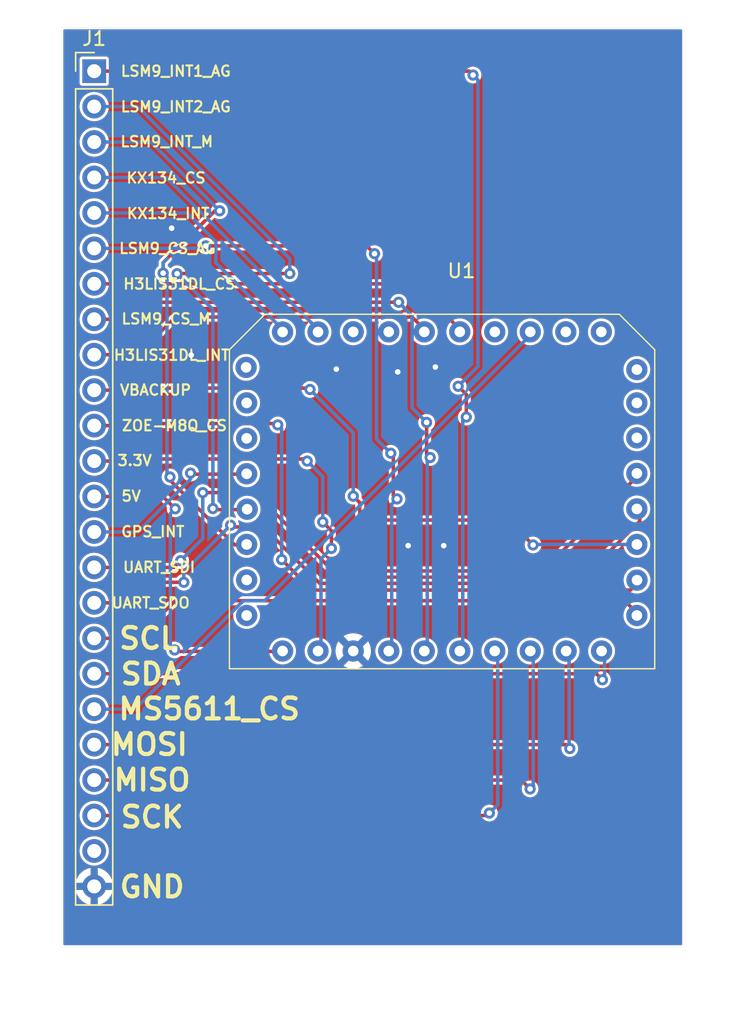
<source format=kicad_pcb>
(kicad_pcb (version 20211014) (generator pcbnew)
  (layers (0 "F.Cu" signal) (31 "B.Cu" signal) (34 "B.Paste" user) (35 "F.Paste" user) (36 "B.SilkS" user "B.Silkscreen") (37 "F.SilkS" user "F.Silkscreen") (38 "B.Mask" user) (39 "F.Mask" user) (44 "Edge.Cuts" user))
  (net 0 "")
  (net 1 "/LSM9_INT1_AG")
  (net 2 "/LSM9_INT2_AG")
  (net 3 "/LSM9_INT_M")
  (net 4 "/KX122_CS")
  (net 5 "/KX122_INT1")
  (net 6 "/LSM9_CS_AG")
  (net 7 "/H3LIS331DL_CS")
  (net 8 "/LSM9_CS_M")
  (net 9 "/H3LIS331DL_INT1")
  (net 10 "/VBACKUP")
  (net 11 "/ZOE-M8Q_CS")
  (net 12 "/3V3_MCU")
  (net 13 "/5V")
  (net 14 "/GPS_EXTINT")
  (net 15 "/SNS_UART_SDI")
  (net 16 "/SNS_UART_SDO")
  (net 17 "/SNS_I2C_SCL")
  (net 18 "/SNS_I2C_SDA")
  (net 19 "/MS5611_CS")
  (net 20 "/SNS_SPI_MOSI")
  (net 21 "/SNS_SPI_MISO")
  (net 22 "/SNS_SPI_SCK")
  (net 24 "GND")
  (footprint "Sensorsuite:General Sensor Module - 8x10 pin" (layer "F.Cu") (at 113.3 106.5)
    (fp_text reference "U1" (at 0.12 -14.54 unlocked) (layer "F.SilkS"))
    (fp_text value "ISS_SENSOR_SUITE_V_1")
    (fp_line (start -13.97 -11.43) (end 11.43 -11.43) (layer "F.SilkS") (width 0.1))
    (fp_line (start -16.51 13.97) (end 13.97 13.97) (layer "F.SilkS") (width 0.1))
    (fp_line (start -16.51 13.97) (end -16.51 -8.89) (layer "F.SilkS") (width 0.1))
    (fp_line (start 13.97 13.97) (end 13.97 -8.89) (layer "F.SilkS") (width 0.1))
    (fp_line (start 11.43 -11.43) (end 13.97 -8.89) (layer "F.SilkS") (width 0.1))
    (fp_line (start -13.97 -11.43) (end -16.51 -8.89) (layer "F.SilkS") (width 0.1))
    (pad "1" thru_hole circle (at -12.7 12.7) (size 1.524 1.524) (drill 0.762) (layers *.Cu *.Mask) (net 13 "/5V"))
    (pad "2" thru_hole circle (at -10.16 12.7) (size 1.524 1.524) (drill 0.762) (layers *.Cu *.Mask) (net 12 "/3V3_MCU"))
    (pad "3" thru_hole circle (at -7.636998 12.699888) (size 1.524 1.524) (drill 0.762) (layers *.Cu *.Mask) (net 24 "GND"))
    (pad "4" thru_hole circle (at -5.091332 12.699888) (size 1.524 1.524) (drill 0.762) (layers *.Cu *.Mask) (net 6 "/LSM9_CS_AG"))
    (pad "5" thru_hole circle (at -2.545666 12.699888) (size 1.524 1.524) (drill 0.762) (layers *.Cu *.Mask) (net 8 "/LSM9_CS_M"))
    (pad "6" thru_hole circle (at 0 12.699888) (size 1.524 1.524) (drill 0.762) (layers *.Cu *.Mask) (net 1 "/LSM9_INT1_AG"))
    (pad "7" thru_hole circle (at 2.50589 12.699888) (size 1.524 1.524) (drill 0.762) (layers *.Cu *.Mask) (net 22 "/SNS_SPI_SCK"))
    (pad "8" thru_hole circle (at 5.051556 12.699888) (size 1.524 1.524) (drill 0.762) (layers *.Cu *.Mask) (net 21 "/SNS_SPI_MISO"))
    (pad "9" thru_hole circle (at 7.62 12.7) (size 1.524 1.524) (drill 0.762) (layers *.Cu *.Mask) (net 20 "/SNS_SPI_MOSI"))
    (pad "10" thru_hole circle (at 10.16 12.7) (size 1.524 1.524) (drill 0.762) (layers *.Cu *.Mask) (net 18 "/SNS_I2C_SDA"))
    (pad "11" thru_hole circle (at 12.688555 10.154221) (size 1.524 1.524) (drill 0.762) (layers *.Cu *.Mask) (net 17 "/SNS_I2C_SCL"))
    (pad "12" thru_hole circle (at 12.7 7.62) (size 1.524 1.524) (drill 0.762) (layers *.Cu *.Mask) (net 11 "/ZOE-M8Q_CS"))
    (pad "13" thru_hole circle (at 12.688555 5.062889) (size 1.524 1.524) (drill 0.762) (layers *.Cu *.Mask) (net 10 "/VBACKUP"))
    (pad "14" thru_hole circle (at 12.688555 2.517222) (size 1.524 1.524) (drill 0.762) (layers *.Cu *.Mask) (net 16 "/SNS_UART_SDO"))
    (pad "15" thru_hole circle (at 12.688555 -0.028444) (size 1.524 1.524) (drill 0.762) (layers *.Cu *.Mask) (net 15 "/SNS_UART_SDI"))
    (pad "16" thru_hole circle (at 12.688555 -2.57411) (size 1.524 1.524) (drill 0.762) (layers *.Cu *.Mask))
    (pad "17" thru_hole circle (at 12.688555 -5.08) (size 1.524 1.524) (drill 0.762) (layers *.Cu *.Mask))
    (pad "18" thru_hole circle (at 12.688555 -7.466562) (size 1.524 1.524) (drill 0.762) (layers *.Cu *.Mask))
    (pad "19" thru_hole circle (at 10.142889 -10.171332) (size 1.524 1.524) (drill 0.762) (layers *.Cu *.Mask))
    (pad "20" thru_hole circle (at 7.597222 -10.171332) (size 1.524 1.524) (drill 0.762) (layers *.Cu *.Mask))
    (pad "21" thru_hole circle (at 5.051556 -10.171332) (size 1.524 1.524) (drill 0.762) (layers *.Cu *.Mask) (net 19 "/MS5611_CS"))
    (pad "22" thru_hole circle (at 2.50589 -10.171332) (size 1.524 1.524) (drill 0.762) (layers *.Cu *.Mask))
    (pad "23" thru_hole circle (at 0 -10.171332) (size 1.524 1.524) (drill 0.762) (layers *.Cu *.Mask) (net 7 "/H3LIS331DL_CS"))
    (pad "24" thru_hole circle (at -2.545666 -10.171332) (size 1.524 1.524) (drill 0.762) (layers *.Cu *.Mask) (net 9 "/H3LIS331DL_INT1"))
    (pad "25" thru_hole circle (at -5.091332 -10.171332) (size 1.524 1.524) (drill 0.762) (layers *.Cu *.Mask))
    (pad "26" thru_hole circle (at -7.636998 -10.171332) (size 1.524 1.524) (drill 0.762) (layers *.Cu *.Mask))
    (pad "27" thru_hole circle (at -10.16 -10.16) (size 1.524 1.524) (drill 0.762) (layers *.Cu *.Mask) (net 4 "/KX122_CS"))
    (pad "28" thru_hole circle (at -12.7 -10.16) (size 1.524 1.524) (drill 0.762) (layers *.Cu *.Mask) (net 5 "/KX122_INT1"))
    (pad "29" thru_hole circle (at -15.313773 -7.625666) (size 1.524 1.524) (drill 0.762) (layers *.Cu *.Mask))
    (pad "30" thru_hole circle (at -15.273997 -5.08) (size 1.524 1.524) (drill 0.762) (layers *.Cu *.Mask))
    (pad "31" thru_hole circle (at -15.273997 -2.54) (size 1.524 1.524) (drill 0.762) (layers *.Cu *.Mask))
    (pad "32" thru_hole circle (at -15.273997 0) (size 1.524 1.524) (drill 0.762) (layers *.Cu *.Mask) (net 14 "/GPS_EXTINT"))
    (pad "33" thru_hole circle (at -15.24 2.54) (size 1.524 1.524) (drill 0.762) (layers *.Cu *.Mask) (net 2 "/LSM9_INT2_AG"))
    (pad "34" thru_hole circle (at -15.273997 5.062889) (size 1.524 1.524) (drill 0.762) (layers *.Cu *.Mask) (net 3 "/LSM9_INT_M"))
    (pad "35" thru_hole circle (at -15.273997 7.608555) (size 1.524 1.524) (drill 0.762) (layers *.Cu *.Mask))
    (pad "36" thru_hole circle (at -15.273997 10.154221) (size 1.524 1.524) (drill 0.762) (layers *.Cu *.Mask))
  )
  (footprint "Connector_PinHeader_2.54mm:PinHeader_1x24_P2.54mm_Vertical" (layer "F.Cu") (at 87.1 77.6478)
    (fp_text reference "J1" (at 0 -2.33) (layer "F.SilkS"))
    (fp_text value "Conn_01x24")
    (fp_line (start -1.33 -1.33) (end 0 -1.33) (layer "F.SilkS") (width 0.12))
    (fp_line (start -1.33 59.75) (end 1.33 59.75) (layer "F.SilkS") (width 0.12))
    (fp_line (start -1.33 1.27) (end 1.33 1.27) (layer "F.SilkS") (width 0.12))
    (fp_line (start -1.33 1.27) (end -1.33 59.75) (layer "F.SilkS") (width 0.12))
    (fp_line (start -1.33 0) (end -1.33 -1.33) (layer "F.SilkS") (width 0.12))
    (fp_line (start 1.33 1.27) (end 1.33 59.75) (layer "F.SilkS") (width 0.12))
    (pad "1" thru_hole rect locked (at 0 0) (size 1.7 1.7) (drill 1) (layers *.Cu *.Mask) (net 1 "/LSM9_INT1_AG"))
    (pad "2" thru_hole oval locked (at 0 2.54) (size 1.7 1.7) (drill 1) (layers *.Cu *.Mask) (net 2 "/LSM9_INT2_AG"))
    (pad "3" thru_hole oval locked (at 0 5.08) (size 1.7 1.7) (drill 1) (layers *.Cu *.Mask) (net 3 "/LSM9_INT_M"))
    (pad "4" thru_hole oval locked (at 0 7.62) (size 1.7 1.7) (drill 1) (layers *.Cu *.Mask) (net 4 "/KX122_CS"))
    (pad "5" thru_hole oval locked (at 0 10.16) (size 1.7 1.7) (drill 1) (layers *.Cu *.Mask) (net 5 "/KX122_INT1"))
    (pad "6" thru_hole oval locked (at 0 12.7) (size 1.7 1.7) (drill 1) (layers *.Cu *.Mask) (net 6 "/LSM9_CS_AG"))
    (pad "7" thru_hole oval locked (at 0 15.24) (size 1.7 1.7) (drill 1) (layers *.Cu *.Mask) (net 7 "/H3LIS331DL_CS"))
    (pad "8" thru_hole oval locked (at 0 17.78) (size 1.7 1.7) (drill 1) (layers *.Cu *.Mask) (net 8 "/LSM9_CS_M"))
    (pad "9" thru_hole oval locked (at 0 20.32) (size 1.7 1.7) (drill 1) (layers *.Cu *.Mask) (net 9 "/H3LIS331DL_INT1"))
    (pad "10" thru_hole oval locked (at 0 22.86) (size 1.7 1.7) (drill 1) (layers *.Cu *.Mask) (net 10 "/VBACKUP"))
    (pad "11" thru_hole oval locked (at 0 25.4) (size 1.7 1.7) (drill 1) (layers *.Cu *.Mask) (net 11 "/ZOE-M8Q_CS"))
    (pad "12" thru_hole oval locked (at 0 27.94) (size 1.7 1.7) (drill 1) (layers *.Cu *.Mask) (net 12 "/3V3_MCU"))
    (pad "13" thru_hole oval locked (at 0 30.48) (size 1.7 1.7) (drill 1) (layers *.Cu *.Mask) (net 13 "/5V"))
    (pad "14" thru_hole oval locked (at 0 33.02) (size 1.7 1.7) (drill 1) (layers *.Cu *.Mask) (net 14 "/GPS_EXTINT"))
    (pad "15" thru_hole oval locked (at 0 35.56) (size 1.7 1.7) (drill 1) (layers *.Cu *.Mask) (net 15 "/SNS_UART_SDI"))
    (pad "16" thru_hole oval locked (at 0 38.1) (size 1.7 1.7) (drill 1) (layers *.Cu *.Mask) (net 16 "/SNS_UART_SDO"))
    (pad "17" thru_hole oval locked (at 0 40.64) (size 1.7 1.7) (drill 1) (layers *.Cu *.Mask) (net 17 "/SNS_I2C_SCL"))
    (pad "18" thru_hole oval locked (at 0 43.18) (size 1.7 1.7) (drill 1) (layers *.Cu *.Mask) (net 18 "/SNS_I2C_SDA"))
    (pad "19" thru_hole oval locked (at 0 45.72) (size 1.7 1.7) (drill 1) (layers *.Cu *.Mask) (net 19 "/MS5611_CS"))
    (pad "20" thru_hole oval locked (at 0 48.26) (size 1.7 1.7) (drill 1) (layers *.Cu *.Mask) (net 20 "/SNS_SPI_MOSI"))
    (pad "21" thru_hole oval locked (at 0 50.8) (size 1.7 1.7) (drill 1) (layers *.Cu *.Mask) (net 21 "/SNS_SPI_MISO"))
    (pad "22" thru_hole oval locked (at 0 53.34) (size 1.7 1.7) (drill 1) (layers *.Cu *.Mask) (net 22 "/SNS_SPI_SCK"))
    (pad "23" thru_hole oval locked (at 0 55.88) (size 1.7 1.7) (drill 1) (layers *.Cu *.Mask))
    (pad "24" thru_hole oval locked (at 0 58.42) (size 1.7 1.7) (drill 1) (layers *.Cu *.Mask) (net 24 "GND"))
  )
  (gr_rect (start 84.7598 74.5236) (end 129.3622 140.4112) (layer "Edge.Cuts") (width 0.01) (fill none))
  (gr_text "MOSI" (at 91.05 125.9) (layer "F.SilkS") (effects (font (size 1.5 1.5) (thickness 0.3))))
  (gr_text "GPS_INT\n" (at 91.3 110.65) (layer "F.SilkS") (effects (font (size 0.75 0.75))))
  (gr_text "LSM9_CS_AG" (at 92.35 90.35) (layer "F.SilkS") (effects (font (size 0.75 0.75))))
  (gr_text "UART_SDI\n" (at 91.75 113.2) (layer "F.SilkS") (effects (font (size 0.75 0.75))))
  (gr_text "SCK\n" (at 91.25 131.1) (layer "F.SilkS") (effects (font (size 1.5 1.5) (thickness 0.3))))
  (gr_text "3.3V" (at 90 105.55) (layer "F.SilkS") (effects (font (size 0.75 0.75))))
  (gr_text "ZOE-M8Q_CS" (at 92.85 103.05) (layer "F.SilkS") (effects (font (size 0.75 0.75))))
  (gr_text "KX134_CS" (at 92.25 85.3) (layer "F.SilkS") (effects (font (size 0.75 0.75))))
  (gr_text "H3LIS31DL_CS" (at 93.2 92.9) (layer "F.SilkS") (effects (font (size 0.75 0.75))))
  (gr_text "GND" (at 91.25 136.1) (layer "F.SilkS") (effects (font (size 1.5 1.5) (thickness 0.3))))
  (gr_text "H3LIS31DL_INT" (at 92.65 98) (layer "F.SilkS") (effects (font (size 0.75 0.75))))
  (gr_text "KX134_INT" (at 92.4 87.85) (layer "F.SilkS") (effects (font (size 0.75 0.75))))
  (gr_text "MS5611_CS\n" (at 95.35 123.35) (layer "F.SilkS") (effects (font (size 1.5 1.5) (thickness 0.3))))
  (gr_text "LSM9_INT2_AG" (at 92.95 80.2) (layer "F.SilkS") (effects (font (size 0.75 0.75))))
  (gr_text "5V" (at 89.75 108.1) (layer "F.SilkS") (effects (font (size 0.75 0.75))))
  (gr_text "SCL" (at 91 118.3) (layer "F.SilkS") (effects (font (size 1.5 1.5) (thickness 0.3))))
  (gr_text "LSM9_INT1_AG" (at 92.95 77.65) (layer "F.SilkS") (effects (font (size 0.75 0.75))))
  (gr_text "MISO\n" (at 91.25 128.45) (layer "F.SilkS") (effects (font (size 1.5 1.5) (thickness 0.3))))
  (gr_text "VBACKUP\n" (at 91.5 100.5) (layer "F.SilkS") (effects (font (size 0.75 0.75))))
  (gr_text "LSM9_INT_M" (at 92.3 82.7) (layer "F.SilkS") (effects (font (size 0.75 0.75))))
  (gr_text "LSM9_CS_M" (at 92.25 95.4) (layer "F.SilkS") (effects (font (size 0.75 0.75))))
  (gr_text "UART_SDO" (at 91.15 115.75) (layer "F.SilkS") (effects (font (size 0.75 0.75))))
  (gr_text "SDA\n" (at 91.15 120.85) (layer "F.SilkS") (effects (font (size 1.5 1.5) (thickness 0.3))))
  (segment (start 113.9698 77.6478) (end 87.1 77.6478) (width 0.25) (layer "F.Cu") (net 1))
  (segment (start 113.7666 102.4382) (end 113.7666 100.8126) (width 0.25) (layer "F.Cu") (net 1))
  (segment (start 113.7666 100.8126) (end 113.1824 100.2284) (width 0.25) (layer "F.Cu") (net 1))
  (segment (start 114.2492 77.9272) (end 113.9698 77.6478) (width 0.25) (layer "F.Cu") (net 1))
  (via (at 114.2492 77.9272) (size 0.8) (drill 0.4) (layers "F.Cu" "B.Cu") (net 1))
  (via (at 113.1824 100.2284) (size 0.8) (drill 0.4) (layers "F.Cu" "B.Cu") (net 1))
  (via (at 113.7666 102.4382) (size 0.8) (drill 0.4) (layers "F.Cu" "B.Cu") (net 1))
  (segment (start 113.5126 119.227488) (end 113.5126 102.6922) (width 0.25) (layer "B.Cu") (net 1))
  (segment (start 113.5126 102.6922) (end 113.7666 102.4382) (width 0.25) (layer "B.Cu") (net 1))
  (segment (start 114.599111 98.811689) (end 114.599111 78.277111) (width 0.25) (layer "B.Cu") (net 1))
  (segment (start 113.1824 100.2284) (end 114.599111 98.811689) (width 0.25) (layer "B.Cu") (net 1))
  (segment (start 114.599111 78.277111) (end 114.2492 77.9272) (width 0.25) (layer "B.Cu") (net 1))
  (segment (start 93.0523 92.1512) (end 101.1174 92.1512) (width 0.25) (layer "F.Cu") (net 2))
  (segment (start 98.2726 109.0676) (end 95.6818 109.0676) (width 0.25) (layer "F.Cu") (net 2))
  (segment (start 95.6818 109.0676) (end 95.6056 108.9914) (width 0.25) (layer "F.Cu") (net 2))
  (segment (start 93.0402 92.1633) (end 93.0523 92.1512) (width 0.25) (layer "F.Cu") (net 2))
  (via (at 93.0402 92.1633) (size 0.8) (drill 0.4) (layers "F.Cu" "B.Cu") (net 2))
  (via (at 101.1174 92.1512) (size 0.8) (drill 0.4) (layers "F.Cu" "B.Cu") (net 2))
  (via (at 95.6056 108.9914) (size 0.8) (drill 0.4) (layers "F.Cu" "B.Cu") (net 2))
  (segment (start 101.1174 91.0844) (end 90.2208 80.1878) (width 0.25) (layer "B.Cu") (net 2))
  (segment (start 95.6056 94.7287) (end 93.0402 92.1633) (width 0.25) (layer "B.Cu") (net 2))
  (segment (start 90.2208 80.1878) (end 87.1 80.1878) (width 0.25) (layer "B.Cu") (net 2))
  (segment (start 95.6056 108.9914) (end 95.6056 94.7287) (width 0.25) (layer "B.Cu") (net 2))
  (segment (start 101.1174 92.1512) (end 101.1174 91.0844) (width 0.25) (layer "B.Cu") (net 2))
  (segment (start 95.758 87.6554) (end 96.0882 87.6554) (width 0.25) (layer "F.Cu") (net 3))
  (segment (start 92.041585 92.121176) (end 92.041585 91.371815) (width 0.25) (layer "F.Cu") (net 3))
  (segment (start 98.238603 111.590489) (end 97.160973 111.590489) (width 0.25) (layer "F.Cu") (net 3))
  (segment (start 92.5322 106.961716) (end 92.5322 106.7308) (width 0.25) (layer "F.Cu") (net 3))
  (segment (start 97.160973 111.590489) (end 92.5322 106.961716) (width 0.25) (layer "F.Cu") (net 3))
  (segment (start 92.041585 91.371815) (end 95.758 87.6554) (width 0.25) (layer "F.Cu") (net 3))
  (via (at 96.0882 87.6554) (size 0.8) (drill 0.4) (layers "F.Cu" "B.Cu") (net 3))
  (via (at 92.041585 92.121176) (size 0.8) (drill 0.4) (layers "F.Cu" "B.Cu") (net 3))
  (via (at 92.5322 106.7308) (size 0.8) (drill 0.4) (layers "F.Cu" "B.Cu") (net 3))
  (segment (start 92.041585 91.371815) (end 92.041585 92.121176) (width 0.25) (layer "B.Cu") (net 3))
  (segment (start 92.315689 92.39528) (end 92.315689 106.514289) (width 0.25) (layer "B.Cu") (net 3))
  (segment (start 92.329 91.0844) (end 92.041585 91.371815) (width 0.25) (layer "B.Cu") (net 3))
  (segment (start 92.041585 92.121176) (end 92.315689 92.39528) (width 0.25) (layer "B.Cu") (net 3))
  (segment (start 96.0882 87.6554) (end 91.1606 82.7278) (width 0.25) (layer "B.Cu") (net 3))
  (segment (start 91.1606 82.7278) (end 87.1 82.7278) (width 0.25) (layer "B.Cu") (net 3))
  (segment (start 92.315689 106.514289) (end 92.5322 106.7308) (width 0.25) (layer "B.Cu") (net 3))
  (segment (start 92.2528 85.2678) (end 87.1 85.2678) (width 0.25) (layer "B.Cu") (net 4))
  (segment (start 103.3526 96.3676) (end 92.2528 85.2678) (width 0.25) (layer "B.Cu") (net 4))
  (segment (start 100.8126 96.3676) (end 95.822111 91.377111) (width 0.25) (layer "B.Cu") (net 5))
  (segment (start 95.822111 91.377111) (end 95.822111 89.869897) (width 0.25) (layer "B.Cu") (net 5))
  (segment (start 93.760014 87.8078) (end 87.1 87.8078) (width 0.25) (layer "B.Cu") (net 5))
  (segment (start 95.822111 89.869897) (end 93.760014 87.8078) (width 0.25) (layer "B.Cu") (net 5))
  (segment (start 108.5342 108.0342) (end 108.5342 105.2068) (width 0.25) (layer "F.Cu") (net 6))
  (segment (start 107.188 90.7288) (end 106.6292 90.17) (width 0.25) (layer "F.Cu") (net 6))
  (segment (start 108.5342 105.2068) (end 108.3564 105.029) (width 0.25) (layer "F.Cu") (net 6))
  (segment (start 108.8 108.3) (end 108.5342 108.0342) (width 0.25) (layer "F.Cu") (net 6))
  (segment (start 106.6292 90.17) (end 95.0976 90.17) (width 0.25) (layer "F.Cu") (net 6))
  (via (at 108.3564 105.029) (size 0.8) (drill 0.4) (layers "F.Cu" "B.Cu") (net 6))
  (via (at 95.0976 90.17) (size 0.8) (drill 0.4) (layers "F.Cu" "B.Cu") (net 6))
  (via (at 108.8 108.3) (size 0.8) (drill 0.4) (layers "F.Cu" "B.Cu") (net 6))
  (via (at 107.188 90.7288) (size 0.8) (drill 0.4) (layers "F.Cu" "B.Cu") (net 6))
  (segment (start 108.3564 105.029) (end 107.334757 104.007357) (width 0.25) (layer "B.Cu") (net 6))
  (segment (start 108.421268 108.678732) (end 108.421268 119.227488) (width 0.25) (layer "B.Cu") (net 6))
  (segment (start 108.8 108.3) (end 108.421268 108.678732) (width 0.25) (layer "B.Cu") (net 6))
  (segment (start 94.9198 90.3478) (end 87.1 90.3478) (width 0.25) (layer "B.Cu") (net 6))
  (segment (start 107.334757 104.007357) (end 107.334757 90.875557) (width 0.25) (layer "B.Cu") (net 6))
  (segment (start 107.334757 90.875557) (end 107.188 90.7288) (width 0.25) (layer "B.Cu") (net 6))
  (segment (start 95.0976 90.17) (end 94.9198 90.3478) (width 0.25) (layer "B.Cu") (net 6))
  (segment (start 113.5126 96.356268) (end 110.044132 92.8878) (width 0.25) (layer "F.Cu") (net 7))
  (segment (start 110.044132 92.8878) (end 87.1 92.8878) (width 0.25) (layer "F.Cu") (net 7))
  (segment (start 108.9152 94.2086) (end 91.44 94.2086) (width 0.25) (layer "F.Cu") (net 8))
  (segment (start 90.2743 95.3743) (end 90.2208 95.4278) (width 0.25) (layer "F.Cu") (net 8))
  (segment (start 90.1722 95.4278) (end 87.1 95.4278) (width 0.25) (layer "F.Cu") (net 8))
  (segment (start 110.9218 105.0798) (end 110.9218 102.8192) (width 0.25) (layer "F.Cu") (net 8))
  (segment (start 91.44 94.2086) (end 90.2743 95.3743) (width 0.25) (layer "F.Cu") (net 8))
  (segment (start 90.25 95.35) (end 90.1722 95.4278) (width 0.25) (layer "F.Cu") (net 8))
  (segment (start 90.2743 95.3743) (end 90.25 95.35) (width 0.25) (layer "F.Cu") (net 8))
  (segment (start 111.1758 105.3338) (end 110.9218 105.0798) (width 0.25) (layer "F.Cu") (net 8))
  (via (at 108.9152 94.2086) (size 0.8) (drill 0.4) (layers "F.Cu" "B.Cu") (net 8))
  (via (at 110.9218 102.8192) (size 0.8) (drill 0.4) (layers "F.Cu" "B.Cu") (net 8))
  (via (at 111.1758 105.3338) (size 0.8) (drill 0.4) (layers "F.Cu" "B.Cu") (net 8))
  (segment (start 110.966934 105.542666) (end 111.1758 105.3338) (width 0.25) (layer "B.Cu") (net 8))
  (segment (start 110.9218 102.8192) (end 109.880423 101.777823) (width 0.25) (layer "B.Cu") (net 8))
  (segment (start 109.880423 95.173823) (end 108.9152 94.2086) (width 0.25) (layer "B.Cu") (net 8))
  (segment (start 110.966934 119.227488) (end 110.966934 105.542666) (width 0.25) (layer "B.Cu") (net 8))
  (segment (start 109.880423 101.777823) (end 109.880423 95.173823) (width 0.25) (layer "B.Cu") (net 8))
  (segment (start 110.966934 96.356268) (end 109.880423 95.269757) (width 0.25) (layer "F.Cu") (net 9))
  (segment (start 90.2208 97.9678) (end 87.1 97.9678) (width 0.25) (layer "F.Cu") (net 9))
  (segment (start 109.880423 95.269757) (end 92.918843 95.269757) (width 0.25) (layer "F.Cu") (net 9))
  (segment (start 92.918843 95.269757) (end 90.2208 97.9678) (width 0.25) (layer "F.Cu") (net 9))
  (segment (start 106.131011 109.814011) (end 116.764011 109.814011) (width 0.25) (layer "F.Cu") (net 10))
  (segment (start 102.469289 100.361089) (end 90.367511 100.361089) (width 0.25) (layer "F.Cu") (net 10))
  (segment (start 90.2208 100.5078) (end 87.1 100.5078) (width 0.25) (layer "F.Cu") (net 10))
  (segment (start 106.131011 109.814011) (end 106.131011 108.569411) (width 0.25) (layer "F.Cu") (net 10))
  (segment (start 90.367511 100.361089) (end 90.2208 100.5078) (width 0.25) (layer "F.Cu") (net 10))
  (segment (start 102.5652 100.457) (end 102.469289 100.361089) (width 0.25) (layer "F.Cu") (net 10))
  (segment (start 116.764011 109.814011) (end 118.55 111.6) (width 0.25) (layer "F.Cu") (net 10))
  (segment (start 106.131011 108.569411) (end 105.664 108.1024) (width 0.25) (layer "F.Cu") (net 10))
  (via (at 105.664 108.1024) (size 0.8) (drill 0.4) (layers "F.Cu" "B.Cu") (net 10))
  (via (at 118.55 111.6) (size 0.8) (drill 0.4) (layers "F.Cu" "B.Cu") (net 10))
  (via (at 102.5652 100.457) (size 0.8) (drill 0.4) (layers "F.Cu" "B.Cu") (net 10))
  (segment (start 118.55 111.6) (end 118.587111 111.562889) (width 0.25) (layer "B.Cu") (net 10))
  (segment (start 105.664 108.1024) (end 105.664 103.5558) (width 0.25) (layer "B.Cu") (net 10))
  (segment (start 118.587111 111.562889) (end 125.988555 111.562889) (width 0.25) (layer "B.Cu") (net 10))
  (segment (start 105.664 103.5558) (end 102.5652 100.457) (width 0.25) (layer "B.Cu") (net 10))
  (segment (start 126.2126 114.1476) (end 125.5268 114.8334) (width 0.25) (layer "F.Cu") (net 11))
  (segment (start 90.2208 103.0478) (end 87.1 103.0478) (width 0.25) (layer "F.Cu") (net 11))
  (segment (start 100.157889 102.901089) (end 90.367511 102.901089) (width 0.25) (layer "F.Cu") (net 11))
  (segment (start 125.5268 114.8334) (end 102.7176 114.8334) (width 0.25) (layer "F.Cu") (net 11))
  (segment (start 90.367511 102.901089) (end 90.2208 103.0478) (width 0.25) (layer "F.Cu") (net 11))
  (segment (start 102.7176 114.8334) (end 100.5332 112.649) (width 0.25) (layer "F.Cu") (net 11))
  (segment (start 100.2538 102.997) (end 100.157889 102.901089) (width 0.25) (layer "F.Cu") (net 11))
  (via (at 100.2538 102.997) (size 0.8) (drill 0.4) (layers "F.Cu" "B.Cu") (net 11))
  (via (at 100.5332 112.649) (size 0.8) (drill 0.4) (layers "F.Cu" "B.Cu") (net 11))
  (segment (start 100.5332 103.2764) (end 100.2538 102.997) (width 0.25) (layer "B.Cu") (net 11))
  (segment (start 100.5332 112.649) (end 100.5332 103.2764) (width 0.25) (layer "B.Cu") (net 11))
  (segment (start 90.2208 105.5878) (end 87.1 105.5878) (width 0.25) (layer "F.Cu") (net 12))
  (segment (start 104.099011 110.576011) (end 103.4796 109.9566) (width 0.25) (layer "F.Cu") (net 12))
  (segment (start 102.215289 105.441089) (end 90.367511 105.441089) (width 0.25) (layer "F.Cu") (net 12))
  (segment (start 102.362 105.5878) (end 102.215289 105.441089) (width 0.25) (layer "F.Cu") (net 12))
  (segment (start 104.099011 111.846011) (end 104.099011 110.576011) (width 0.25) (layer "F.Cu") (net 12))
  (segment (start 90.367511 105.441089) (end 90.2208 105.5878) (width 0.25) (layer "F.Cu") (net 12))
  (via (at 103.4796 109.9566) (size 0.8) (drill 0.4) (layers "F.Cu" "B.Cu") (net 12))
  (via (at 102.362 105.5878) (size 0.8) (drill 0.4) (layers "F.Cu" "B.Cu") (net 12))
  (via (at 104.099011 111.846011) (size 0.8) (drill 0.4) (layers "F.Cu" "B.Cu") (net 12))
  (segment (start 103.4796 106.7054) (end 102.362 105.5878) (width 0.25) (layer "B.Cu") (net 12))
  (segment (start 103.4796 109.9566) (end 103.4796 106.7054) (width 0.25) (layer "B.Cu") (net 12))
  (segment (start 103.3526 112.592422) (end 103.3526 119.2276) (width 0.25) (layer "B.Cu") (net 12))
  (segment (start 104.099011 111.846011) (end 103.3526 112.592422) (width 0.25) (layer "B.Cu") (net 12))
  (segment (start 100.8126 119.2276) (end 92.964 119.2276) (width 0.25) (layer "F.Cu") (net 13))
  (segment (start 92.9048 109.0084) (end 92.0242 108.1278) (width 0.25) (layer "F.Cu") (net 13))
  (segment (start 92.0242 108.1278) (end 87.1 108.1278) (width 0.25) (layer "F.Cu") (net 13))
  (segment (start 92.964 119.2276) (end 92.8624 119.126) (width 0.25) (layer "F.Cu") (net 13))
  (via (at 92.9048 109.0084) (size 0.8) (drill 0.4) (layers "F.Cu" "B.Cu") (net 13))
  (via (at 92.8624 119.126) (size 0.8) (drill 0.4) (layers "F.Cu" "B.Cu") (net 13))
  (segment (start 92.5576 118.8212) (end 92.5576 109.3556) (width 0.25) (layer "B.Cu") (net 13))
  (segment (start 92.5576 109.3556) (end 92.9048 109.0084) (width 0.25) (layer "B.Cu") (net 13))
  (segment (start 92.8624 119.126) (end 92.5576 118.8212) (width 0.25) (layer "B.Cu") (net 13))
  (segment (start 94.0816 106.5276) (end 94.0054 106.4514) (width 0.25) (layer "F.Cu") (net 14))
  (segment (start 98.238603 106.5276) (end 94.0816 106.5276) (width 0.25) (layer "F.Cu") (net 14))
  (via (at 94.0054 106.4514) (size 0.8) (drill 0.4) (layers "F.Cu" "B.Cu") (net 14))
  (segment (start 90.2208 110.6678) (end 87.1 110.6678) (width 0.25) (layer "B.Cu") (net 14))
  (segment (start 94.0054 106.8832) (end 90.2208 110.6678) (width 0.25) (layer "B.Cu") (net 14))
  (segment (start 94.0054 106.4514) (end 94.0054 106.8832) (width 0.25) (layer "B.Cu") (net 14))
  (segment (start 118.8212 113.4618) (end 104.20336 113.4618) (width 0.25) (layer "F.Cu") (net 15))
  (segment (start 93.2942 112.7252) (end 92.8116 113.2078) (width 0.25) (layer "F.Cu") (net 15))
  (segment (start 119.238511 113.4618) (end 118.8212 113.4618) (width 0.25) (layer "F.Cu") (net 15))
  (segment (start 104.20336 113.4618) (end 98.58996 107.8484) (width 0.25) (layer "F.Cu") (net 15))
  (segment (start 126.201155 106.499156) (end 119.238511 113.4618) (width 0.25) (layer "F.Cu") (net 15))
  (segment (start 92.8116 113.2078) (end 87.1 113.2078) (width 0.25) (layer "F.Cu") (net 15))
  (segment (start 98.58996 107.8484) (end 94.8811 107.8484) (width 0.25) (layer "F.Cu") (net 15))
  (via (at 93.2942 112.7252) (size 0.8) (drill 0.4) (layers "F.Cu" "B.Cu") (net 15))
  (via (at 94.8811 107.8484) (size 0.8) (drill 0.4) (layers "F.Cu" "B.Cu") (net 15))
  (segment (start 94.881089 111.138311) (end 93.3958 112.6236) (width 0.25) (layer "B.Cu") (net 15))
  (segment (start 94.881089 107.848411) (end 94.881089 111.138311) (width 0.25) (layer "B.Cu") (net 15))
  (segment (start 93.3958 112.6236) (end 93.2942 112.7252) (width 0.25) (layer "B.Cu") (net 15))
  (segment (start 94.8811 107.8484) (end 94.881089 107.848411) (width 0.25) (layer "B.Cu") (net 15))
  (segment (start 126.201155 109.891845) (end 121.7422 114.3508) (width 0.25) (layer "F.Cu") (net 16))
  (segment (start 126.201155 109.044822) (end 126.201155 109.891845) (width 0.25) (layer "F.Cu") (net 16))
  (segment (start 103.259614 114.3508) (end 99.6188 110.709986) (width 0.25) (layer "F.Cu") (net 16))
  (segment (start 96.8502 110.1852) (end 96.8756 110.1852) (width 0.25) (layer "F.Cu") (net 16))
  (segment (start 93.5228 114.2746) (end 91.694 114.2746) (width 0.25) (layer "F.Cu") (net 16))
  (segment (start 96.7232 110.3122) (end 96.8502 110.1852) (width 0.25) (layer "F.Cu") (net 16))
  (segment (start 99.6188 110.709986) (end 99.6188 110.49) (width 0.25) (layer "F.Cu") (net 16))
  (segment (start 121.7422 114.3508) (end 103.259614 114.3508) (width 0.25) (layer "F.Cu") (net 16))
  (segment (start 99.441 110.3122) (end 96.7232 110.3122) (width 0.25) (layer "F.Cu") (net 16))
  (segment (start 91.694 114.2746) (end 90.2208 115.7478) (width 0.25) (layer "F.Cu") (net 16))
  (segment (start 99.6188 110.49) (end 99.441 110.3122) (width 0.25) (layer "F.Cu") (net 16))
  (segment (start 90.2208 115.7478) (end 87.1 115.7478) (width 0.25) (layer "F.Cu") (net 16))
  (via (at 93.5228 114.2746) (size 0.8) (drill 0.4) (layers "F.Cu" "B.Cu") (net 16))
  (via (at 96.8756 110.1852) (size 0.8) (drill 0.4) (layers "F.Cu" "B.Cu") (net 16))
  (segment (start 93.5228 113.538) (end 93.5228 114.2746) (width 0.25) (layer "B.Cu") (net 16))
  (segment (start 96.8756 110.1852) (end 93.5228 113.538) (width 0.25) (layer "B.Cu") (net 16))
  (segment (start 92.91329 115.59531) (end 90.2208 118.2878) (width 0.25) (layer "F.Cu") (net 17))
  (segment (start 125.114644 115.59531) (end 92.91329 115.59531) (width 0.25) (layer "F.Cu") (net 17))
  (segment (start 90.2208 118.2878) (end 87.1 118.2878) (width 0.25) (layer "F.Cu") (net 17))
  (segment (start 126.201155 116.681821) (end 125.114644 115.59531) (width 0.25) (layer "F.Cu") (net 17))
  (segment (start 123.0884 120.8278) (end 87.1 120.8278) (width 0.25) (layer "F.Cu") (net 18))
  (segment (start 123.5202 121.2596) (end 123.0884 120.8278) (width 0.25) (layer "F.Cu") (net 18))
  (via (at 123.5202 121.2596) (size 0.8) (drill 0.4) (layers "F.Cu" "B.Cu") (net 18))
  (segment (start 123.6726 119.2276) (end 123.6726 121.1072) (width 0.25) (layer "B.Cu") (net 18))
  (segment (start 123.6726 121.1072) (end 123.5202 121.2596) (width 0.25) (layer "B.Cu") (net 18))
  (segment (start 90.2208 123.3678) (end 87.1 123.3678) (width 0.25) (layer "B.Cu") (net 19))
  (segment (start 97.788554 115.59531) (end 90.2208 123.163064) (width 0.25) (layer "B.Cu") (net 19))
  (segment (start 90.2208 123.163064) (end 90.2208 123.3678) (width 0.25) (layer "B.Cu") (net 19))
  (segment (start 99.325114 115.59531) (end 97.788554 115.59531) (width 0.25) (layer "B.Cu") (net 19))
  (segment (start 118.564156 96.356268) (end 99.325114 115.59531) (width 0.25) (layer "B.Cu") (net 19))
  (segment (start 120.904 125.9078) (end 87.1 125.9078) (width 0.25) (layer "F.Cu") (net 20))
  (segment (start 121.1834 126.1872) (end 120.904 125.9078) (width 0.25) (layer "F.Cu") (net 20))
  (via (at 121.1834 126.1872) (size 0.8) (drill 0.4) (layers "F.Cu" "B.Cu") (net 20))
  (segment (start 121.1326 119.2276) (end 121.1326 126.1364) (width 0.25) (layer "B.Cu") (net 20))
  (segment (start 121.1326 126.1364) (end 121.1834 126.1872) (width 0.25) (layer "B.Cu") (net 20))
  (segment (start 117.7036 128.4478) (end 87.1 128.4478) (width 0.25) (layer "F.Cu") (net 21))
  (segment (start 118.3386 129.0828) (end 117.7036 128.4478) (width 0.25) (layer "F.Cu") (net 21))
  (via (at 118.3386 129.0828) (size 0.8) (drill 0.4) (layers "F.Cu" "B.Cu") (net 21))
  (segment (start 118.564156 119.227488) (end 118.564156 128.851156) (width 0.25) (layer "B.Cu") (net 21))
  (segment (start 118.5926 128.8796) (end 118.3894 129.0828) (width 0.25) (layer "B.Cu") (net 21))
  (segment (start 118.3894 129.0828) (end 118.3386 129.0828) (width 0.25) (layer "B.Cu") (net 21))
  (segment (start 118.564156 128.851156) (end 118.5926 128.8796) (width 0.25) (layer "B.Cu") (net 21))
  (segment (start 115.4176 130.81) (end 115.2398 130.9878) (width 0.25) (layer "F.Cu") (net 22))
  (segment (start 115.2398 130.9878) (end 87.1 130.9878) (width 0.25) (layer "F.Cu") (net 22))
  (via (at 115.4176 130.81) (size 0.8) (drill 0.4) (layers "F.Cu" "B.Cu") (net 22))
  (segment (start 116.01849 130.20911) (end 115.4176 130.81) (width 0.25) (layer "B.Cu") (net 22))
  (segment (start 116.01849 119.227488) (end 116.01849 130.20911) (width 0.25) (layer "B.Cu") (net 22))
  (via (at 92.65 88.9) (size 0.8) (drill 0.4) (layers "F.Cu" "B.Cu") (net 24))
  (via (at 108.85 99.2) (size 0.8) (drill 0.4) (layers "F.Cu" "B.Cu") (net 24))
  (via (at 111.55 98.85) (size 0.8) (drill 0.4) (layers "F.Cu" "B.Cu") (net 24))
  (via (at 109.6 111.65) (size 0.8) (drill 0.4) (layers "F.Cu" "B.Cu") (net 24))
  (via (at 112.15 111.65) (size 0.8) (drill 0.4) (layers "F.Cu" "B.Cu") (net 24))
  (via (at 94.05 98) (size 0.8) (drill 0.4) (layers "F.Cu" "B.Cu") (net 24))
  (via (at 104.45 99) (size 0.8) (drill 0.4) (layers "F.Cu" "B.Cu") (net 24))
  (zone (net 24) (net_name "GND") (layers F&B.Cu) (connect_pads (clearance 0.13)) (min_thickness 0.13) (fill yes (thermal_gap 0.508) (thermal_bridge_width 0.508))
    (polygon (pts (xy 133.55 145.95) (xy 80.35 144.95) (xy 83.8 73.45) (xy 134.1 72.55)))
  )
)
</source>
